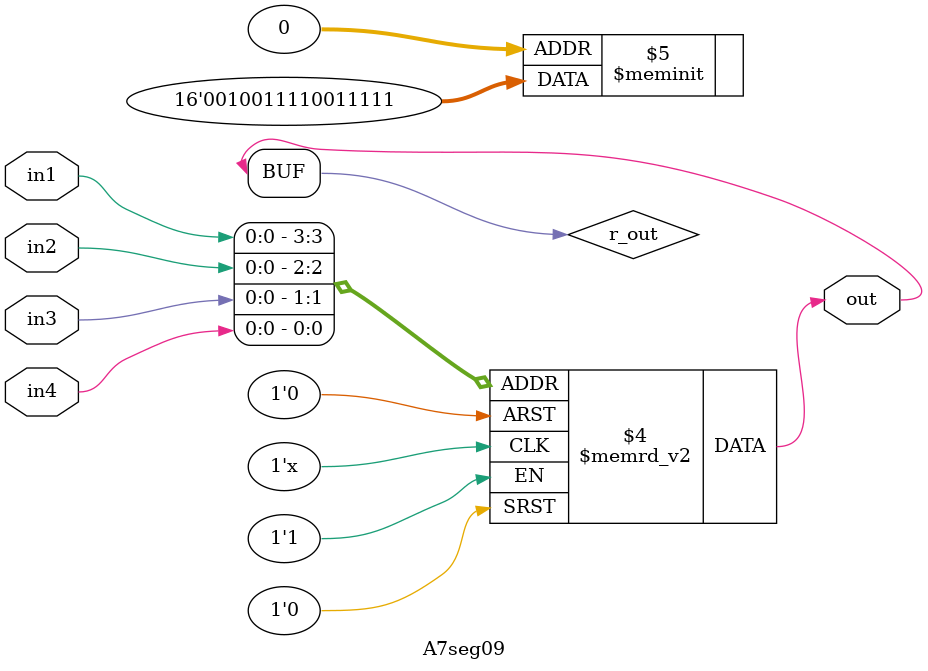
<source format=v>
module A7seg09(output out, input in1, in2, in3, in4);
  reg r_out;
  assign out = r_out;
  always@(in1, in2, in3, in4)
    begin
      case({in1, in2, in3, in4})
        4'b0000: out = 1'b1;
        4'b0001: out = 1'b1;
        4'b0010: out = 1'b1;
        4'b0011: out = 1'b1;
        4'b0100: out = 1'b1;
        4'b0101: out = 1'b0;
        4'b0110: out = 1'b0;
        4'b0111: out = 1'b1;
	4'b1000: out = 1'b1;
        4'b1001: out = 1'b1;
        4'b1010: out = 1'b1;
        4'b1011: out = 1'b0;
        4'b1100: out = 1'b0;
        4'b1101: out = 1'b1;
        4'b1110: out = 1'b0;
        4'b1111: out = 1'b0;
	
        default: out = 1'b0;
      endcase
    end
endmodule

</source>
